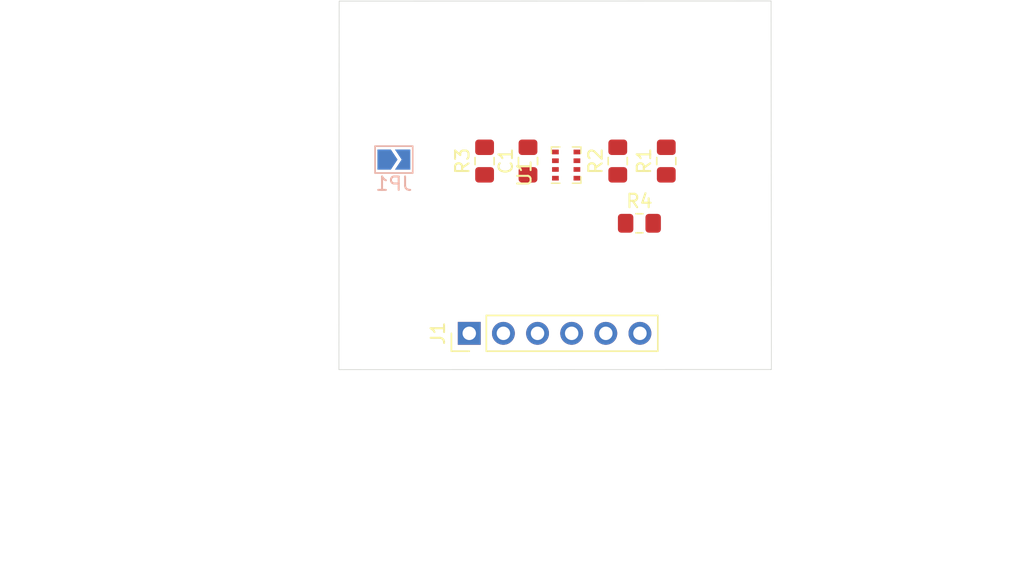
<source format=kicad_pcb>
(kicad_pcb (version 20171130) (host pcbnew "(5.1.5-0-10_14)")

  (general
    (thickness 1.6)
    (drawings 8)
    (tracks 0)
    (zones 0)
    (modules 8)
    (nets 8)
  )

  (page A4)
  (title_block
    (title "DPS310 Croquette")
    (date 2020-02-09)
    (rev 0.1)
    (company "Electronic Cats")
  )

  (layers
    (0 F.Cu signal)
    (31 B.Cu signal)
    (32 B.Adhes user)
    (33 F.Adhes user)
    (34 B.Paste user)
    (35 F.Paste user)
    (36 B.SilkS user)
    (37 F.SilkS user)
    (38 B.Mask user)
    (39 F.Mask user)
    (40 Dwgs.User user)
    (41 Cmts.User user)
    (42 Eco1.User user)
    (43 Eco2.User user)
    (44 Edge.Cuts user)
    (45 Margin user)
    (46 B.CrtYd user)
    (47 F.CrtYd user)
    (48 B.Fab user)
    (49 F.Fab user hide)
  )

  (setup
    (last_trace_width 0.25)
    (trace_clearance 0.2)
    (zone_clearance 0.508)
    (zone_45_only no)
    (trace_min 0.2)
    (via_size 0.8)
    (via_drill 0.4)
    (via_min_size 0.4)
    (via_min_drill 0.3)
    (uvia_size 0.3)
    (uvia_drill 0.1)
    (uvias_allowed no)
    (uvia_min_size 0.2)
    (uvia_min_drill 0.1)
    (edge_width 0.05)
    (segment_width 0.2)
    (pcb_text_width 0.3)
    (pcb_text_size 1.5 1.5)
    (mod_edge_width 0.12)
    (mod_text_size 1 1)
    (mod_text_width 0.15)
    (pad_size 1.524 1.524)
    (pad_drill 0.762)
    (pad_to_mask_clearance 0.051)
    (solder_mask_min_width 0.25)
    (aux_axis_origin 0 0)
    (visible_elements 7FFFFFFF)
    (pcbplotparams
      (layerselection 0x010fc_ffffffff)
      (usegerberextensions false)
      (usegerberattributes false)
      (usegerberadvancedattributes false)
      (creategerberjobfile false)
      (excludeedgelayer true)
      (linewidth 0.100000)
      (plotframeref false)
      (viasonmask false)
      (mode 1)
      (useauxorigin false)
      (hpglpennumber 1)
      (hpglpenspeed 20)
      (hpglpendiameter 15.000000)
      (psnegative false)
      (psa4output false)
      (plotreference true)
      (plotvalue true)
      (plotinvisibletext false)
      (padsonsilk false)
      (subtractmaskfromsilk false)
      (outputformat 1)
      (mirror false)
      (drillshape 1)
      (scaleselection 1)
      (outputdirectory ""))
  )

  (net 0 "")
  (net 1 "Net-(C1-Pad1)")
  (net 2 GND)
  (net 3 VCC)
  (net 4 /SCL_SCK)
  (net 5 /SDI_SDA)
  (net 6 /SDO_ADR)
  (net 7 /CS)

  (net_class Default "Esta es la clase de red por defecto."
    (clearance 0.2)
    (trace_width 0.25)
    (via_dia 0.8)
    (via_drill 0.4)
    (uvia_dia 0.3)
    (uvia_drill 0.1)
    (add_net /CS)
    (add_net /SCL_SCK)
    (add_net /SDI_SDA)
    (add_net /SDO_ADR)
    (add_net GND)
    (add_net "Net-(C1-Pad1)")
    (add_net VCC)
  )

  (module Jumper:SolderJumper-2_P1.3mm_Open_TrianglePad1.0x1.5mm (layer B.Cu) (tedit 5A64794F) (tstamp 5E40D669)
    (at 113.95 83.3)
    (descr "SMD Solder Jumper, 1x1.5mm Triangular Pads, 0.3mm gap, open")
    (tags "solder jumper open")
    (path /5E1A15E9)
    (attr virtual)
    (fp_text reference JP1 (at 0 1.8) (layer B.SilkS)
      (effects (font (size 1 1) (thickness 0.15)) (justify mirror))
    )
    (fp_text value Jumper (at 0 -1.9) (layer B.Fab)
      (effects (font (size 1 1) (thickness 0.15)) (justify mirror))
    )
    (fp_line (start 1.65 -1.25) (end -1.65 -1.25) (layer B.CrtYd) (width 0.05))
    (fp_line (start 1.65 -1.25) (end 1.65 1.25) (layer B.CrtYd) (width 0.05))
    (fp_line (start -1.65 1.25) (end -1.65 -1.25) (layer B.CrtYd) (width 0.05))
    (fp_line (start -1.65 1.25) (end 1.65 1.25) (layer B.CrtYd) (width 0.05))
    (fp_line (start -1.4 1) (end 1.4 1) (layer B.SilkS) (width 0.12))
    (fp_line (start 1.4 1) (end 1.4 -1) (layer B.SilkS) (width 0.12))
    (fp_line (start 1.4 -1) (end -1.4 -1) (layer B.SilkS) (width 0.12))
    (fp_line (start -1.4 -1) (end -1.4 1) (layer B.SilkS) (width 0.12))
    (pad 1 smd custom (at -0.725 0) (size 0.3 0.3) (layers B.Cu B.Mask)
      (net 6 /SDO_ADR) (zone_connect 2)
      (options (clearance outline) (anchor rect))
      (primitives
        (gr_poly (pts
           (xy -0.5 0.75) (xy 0.5 0.75) (xy 1 0) (xy 0.5 -0.75) (xy -0.5 -0.75)
) (width 0))
      ))
    (pad 2 smd custom (at 0.725 0) (size 0.3 0.3) (layers B.Cu B.Mask)
      (net 2 GND) (zone_connect 2)
      (options (clearance outline) (anchor rect))
      (primitives
        (gr_poly (pts
           (xy -0.65 0.75) (xy 0.5 0.75) (xy 0.5 -0.75) (xy -0.65 -0.75) (xy -0.15 0)
) (width 0))
      ))
  )

  (module Capacitor_SMD:C_0805_2012Metric_Pad1.15x1.40mm_HandSolder (layer F.Cu) (tedit 5B36C52B) (tstamp 5E3D01EA)
    (at 123.93 83.41 90)
    (descr "Capacitor SMD 0805 (2012 Metric), square (rectangular) end terminal, IPC_7351 nominal with elongated pad for handsoldering. (Body size source: https://docs.google.com/spreadsheets/d/1BsfQQcO9C6DZCsRaXUlFlo91Tg2WpOkGARC1WS5S8t0/edit?usp=sharing), generated with kicad-footprint-generator")
    (tags "capacitor handsolder")
    (path /5E18CE72)
    (attr smd)
    (fp_text reference C1 (at 0 -1.65 90) (layer F.SilkS)
      (effects (font (size 1 1) (thickness 0.15)))
    )
    (fp_text value 0.1uF (at 0 1.65 90) (layer F.Fab)
      (effects (font (size 1 1) (thickness 0.15)))
    )
    (fp_line (start -1 0.6) (end -1 -0.6) (layer F.Fab) (width 0.1))
    (fp_line (start -1 -0.6) (end 1 -0.6) (layer F.Fab) (width 0.1))
    (fp_line (start 1 -0.6) (end 1 0.6) (layer F.Fab) (width 0.1))
    (fp_line (start 1 0.6) (end -1 0.6) (layer F.Fab) (width 0.1))
    (fp_line (start -0.261252 -0.71) (end 0.261252 -0.71) (layer F.SilkS) (width 0.12))
    (fp_line (start -0.261252 0.71) (end 0.261252 0.71) (layer F.SilkS) (width 0.12))
    (fp_line (start -1.85 0.95) (end -1.85 -0.95) (layer F.CrtYd) (width 0.05))
    (fp_line (start -1.85 -0.95) (end 1.85 -0.95) (layer F.CrtYd) (width 0.05))
    (fp_line (start 1.85 -0.95) (end 1.85 0.95) (layer F.CrtYd) (width 0.05))
    (fp_line (start 1.85 0.95) (end -1.85 0.95) (layer F.CrtYd) (width 0.05))
    (fp_text user %R (at 0 0 90) (layer F.Fab)
      (effects (font (size 0.5 0.5) (thickness 0.08)))
    )
    (pad 1 smd roundrect (at -1.025 0 90) (size 1.15 1.4) (layers F.Cu F.Paste F.Mask) (roundrect_rratio 0.217391)
      (net 1 "Net-(C1-Pad1)"))
    (pad 2 smd roundrect (at 1.025 0 90) (size 1.15 1.4) (layers F.Cu F.Paste F.Mask) (roundrect_rratio 0.217391)
      (net 2 GND))
    (model ${KISYS3DMOD}/Capacitor_SMD.3dshapes/C_0805_2012Metric.wrl
      (at (xyz 0 0 0))
      (scale (xyz 1 1 1))
      (rotate (xyz 0 0 0))
    )
  )

  (module Resistor_SMD:R_0805_2012Metric_Pad1.15x1.40mm_HandSolder (layer F.Cu) (tedit 5B36C52B) (tstamp 5E3D022A)
    (at 134.22 83.41 90)
    (descr "Resistor SMD 0805 (2012 Metric), square (rectangular) end terminal, IPC_7351 nominal with elongated pad for handsoldering. (Body size source: https://docs.google.com/spreadsheets/d/1BsfQQcO9C6DZCsRaXUlFlo91Tg2WpOkGARC1WS5S8t0/edit?usp=sharing), generated with kicad-footprint-generator")
    (tags "resistor handsolder")
    (path /5E18C4F8)
    (attr smd)
    (fp_text reference R1 (at 0 -1.65 90) (layer F.SilkS)
      (effects (font (size 1 1) (thickness 0.15)))
    )
    (fp_text value 10K (at 0 1.65 90) (layer F.Fab)
      (effects (font (size 1 1) (thickness 0.15)))
    )
    (fp_text user %R (at 0 0 90) (layer F.Fab)
      (effects (font (size 0.5 0.5) (thickness 0.08)))
    )
    (fp_line (start 1.85 0.95) (end -1.85 0.95) (layer F.CrtYd) (width 0.05))
    (fp_line (start 1.85 -0.95) (end 1.85 0.95) (layer F.CrtYd) (width 0.05))
    (fp_line (start -1.85 -0.95) (end 1.85 -0.95) (layer F.CrtYd) (width 0.05))
    (fp_line (start -1.85 0.95) (end -1.85 -0.95) (layer F.CrtYd) (width 0.05))
    (fp_line (start -0.261252 0.71) (end 0.261252 0.71) (layer F.SilkS) (width 0.12))
    (fp_line (start -0.261252 -0.71) (end 0.261252 -0.71) (layer F.SilkS) (width 0.12))
    (fp_line (start 1 0.6) (end -1 0.6) (layer F.Fab) (width 0.1))
    (fp_line (start 1 -0.6) (end 1 0.6) (layer F.Fab) (width 0.1))
    (fp_line (start -1 -0.6) (end 1 -0.6) (layer F.Fab) (width 0.1))
    (fp_line (start -1 0.6) (end -1 -0.6) (layer F.Fab) (width 0.1))
    (pad 2 smd roundrect (at 1.025 0 90) (size 1.15 1.4) (layers F.Cu F.Paste F.Mask) (roundrect_rratio 0.217391)
      (net 4 /SCL_SCK))
    (pad 1 smd roundrect (at -1.025 0 90) (size 1.15 1.4) (layers F.Cu F.Paste F.Mask) (roundrect_rratio 0.217391)
      (net 3 VCC))
    (model ${KISYS3DMOD}/Resistor_SMD.3dshapes/R_0805_2012Metric.wrl
      (at (xyz 0 0 0))
      (scale (xyz 1 1 1))
      (rotate (xyz 0 0 0))
    )
  )

  (module Resistor_SMD:R_0805_2012Metric_Pad1.15x1.40mm_HandSolder (layer F.Cu) (tedit 5B36C52B) (tstamp 5E3D023B)
    (at 130.61 83.41 90)
    (descr "Resistor SMD 0805 (2012 Metric), square (rectangular) end terminal, IPC_7351 nominal with elongated pad for handsoldering. (Body size source: https://docs.google.com/spreadsheets/d/1BsfQQcO9C6DZCsRaXUlFlo91Tg2WpOkGARC1WS5S8t0/edit?usp=sharing), generated with kicad-footprint-generator")
    (tags "resistor handsolder")
    (path /5E18C0AA)
    (attr smd)
    (fp_text reference R2 (at 0 -1.65 90) (layer F.SilkS)
      (effects (font (size 1 1) (thickness 0.15)))
    )
    (fp_text value 10K (at 0 1.65 90) (layer F.Fab)
      (effects (font (size 1 1) (thickness 0.15)))
    )
    (fp_line (start -1 0.6) (end -1 -0.6) (layer F.Fab) (width 0.1))
    (fp_line (start -1 -0.6) (end 1 -0.6) (layer F.Fab) (width 0.1))
    (fp_line (start 1 -0.6) (end 1 0.6) (layer F.Fab) (width 0.1))
    (fp_line (start 1 0.6) (end -1 0.6) (layer F.Fab) (width 0.1))
    (fp_line (start -0.261252 -0.71) (end 0.261252 -0.71) (layer F.SilkS) (width 0.12))
    (fp_line (start -0.261252 0.71) (end 0.261252 0.71) (layer F.SilkS) (width 0.12))
    (fp_line (start -1.85 0.95) (end -1.85 -0.95) (layer F.CrtYd) (width 0.05))
    (fp_line (start -1.85 -0.95) (end 1.85 -0.95) (layer F.CrtYd) (width 0.05))
    (fp_line (start 1.85 -0.95) (end 1.85 0.95) (layer F.CrtYd) (width 0.05))
    (fp_line (start 1.85 0.95) (end -1.85 0.95) (layer F.CrtYd) (width 0.05))
    (fp_text user %R (at 0 0 90) (layer F.Fab)
      (effects (font (size 0.5 0.5) (thickness 0.08)))
    )
    (pad 1 smd roundrect (at -1.025 0 90) (size 1.15 1.4) (layers F.Cu F.Paste F.Mask) (roundrect_rratio 0.217391)
      (net 3 VCC))
    (pad 2 smd roundrect (at 1.025 0 90) (size 1.15 1.4) (layers F.Cu F.Paste F.Mask) (roundrect_rratio 0.217391)
      (net 4 /SCL_SCK))
    (model ${KISYS3DMOD}/Resistor_SMD.3dshapes/R_0805_2012Metric.wrl
      (at (xyz 0 0 0))
      (scale (xyz 1 1 1))
      (rotate (xyz 0 0 0))
    )
  )

  (module Resistor_SMD:R_0805_2012Metric_Pad1.15x1.40mm_HandSolder (layer F.Cu) (tedit 5B36C52B) (tstamp 5E3D024C)
    (at 120.7 83.41 90)
    (descr "Resistor SMD 0805 (2012 Metric), square (rectangular) end terminal, IPC_7351 nominal with elongated pad for handsoldering. (Body size source: https://docs.google.com/spreadsheets/d/1BsfQQcO9C6DZCsRaXUlFlo91Tg2WpOkGARC1WS5S8t0/edit?usp=sharing), generated with kicad-footprint-generator")
    (tags "resistor handsolder")
    (path /5E18C84B)
    (attr smd)
    (fp_text reference R3 (at 0 -1.65 90) (layer F.SilkS)
      (effects (font (size 1 1) (thickness 0.15)))
    )
    (fp_text value 100K (at 0 1.65 90) (layer F.Fab)
      (effects (font (size 1 1) (thickness 0.15)))
    )
    (fp_line (start -1 0.6) (end -1 -0.6) (layer F.Fab) (width 0.1))
    (fp_line (start -1 -0.6) (end 1 -0.6) (layer F.Fab) (width 0.1))
    (fp_line (start 1 -0.6) (end 1 0.6) (layer F.Fab) (width 0.1))
    (fp_line (start 1 0.6) (end -1 0.6) (layer F.Fab) (width 0.1))
    (fp_line (start -0.261252 -0.71) (end 0.261252 -0.71) (layer F.SilkS) (width 0.12))
    (fp_line (start -0.261252 0.71) (end 0.261252 0.71) (layer F.SilkS) (width 0.12))
    (fp_line (start -1.85 0.95) (end -1.85 -0.95) (layer F.CrtYd) (width 0.05))
    (fp_line (start -1.85 -0.95) (end 1.85 -0.95) (layer F.CrtYd) (width 0.05))
    (fp_line (start 1.85 -0.95) (end 1.85 0.95) (layer F.CrtYd) (width 0.05))
    (fp_line (start 1.85 0.95) (end -1.85 0.95) (layer F.CrtYd) (width 0.05))
    (fp_text user %R (at 0 0 90) (layer F.Fab)
      (effects (font (size 0.5 0.5) (thickness 0.08)))
    )
    (pad 1 smd roundrect (at -1.025 0 90) (size 1.15 1.4) (layers F.Cu F.Paste F.Mask) (roundrect_rratio 0.217391)
      (net 3 VCC))
    (pad 2 smd roundrect (at 1.025 0 90) (size 1.15 1.4) (layers F.Cu F.Paste F.Mask) (roundrect_rratio 0.217391)
      (net 6 /SDO_ADR))
    (model ${KISYS3DMOD}/Resistor_SMD.3dshapes/R_0805_2012Metric.wrl
      (at (xyz 0 0 0))
      (scale (xyz 1 1 1))
      (rotate (xyz 0 0 0))
    )
  )

  (module Package_LGA:Bosch_LGA-8_2x2.5mm_P0.65mm_ClockwisePinNumbering (layer F.Cu) (tedit 5A2F92D2) (tstamp 5E3D0269)
    (at 126.77 83.71 90)
    (descr "LGA-8, https://ae-bst.resource.bosch.com/media/_tech/media/datasheets/BST-BMP280-DS001-18.pdf")
    (tags "lga land grid array")
    (path /5E19AD10)
    (attr smd)
    (fp_text reference U1 (at -0.610001 -3.1 90) (layer F.SilkS)
      (effects (font (size 1 1) (thickness 0.15)))
    )
    (fp_text value DPS310 (at 0 3.1 90) (layer F.Fab)
      (effects (font (size 1 1) (thickness 0.15)))
    )
    (fp_line (start -1.35 1.1) (end -0.87 1.1) (layer F.SilkS) (width 0.1))
    (fp_text user %R (at 0 0 90) (layer F.Fab)
      (effects (font (size 0.5 0.5) (thickness 0.075)))
    )
    (fp_line (start -1.55 -1.3) (end 1.55 -1.3) (layer F.CrtYd) (width 0.05))
    (fp_line (start 1.55 -1.3) (end 1.55 1.3) (layer F.CrtYd) (width 0.05))
    (fp_line (start 1.55 1.3) (end -1.55 1.3) (layer F.CrtYd) (width 0.05))
    (fp_line (start -1.55 1.3) (end -1.55 -1.3) (layer F.CrtYd) (width 0.05))
    (fp_line (start -1.25 1) (end 1.25 1) (layer F.Fab) (width 0.1))
    (fp_line (start 1.25 -1) (end 1.25 1) (layer F.Fab) (width 0.1))
    (fp_line (start 1.25 -1) (end -1 -1) (layer F.Fab) (width 0.1))
    (fp_line (start -1 -1) (end -1.25 -0.75) (layer F.Fab) (width 0.1))
    (fp_line (start -1.25 1) (end -1.25 -0.75) (layer F.Fab) (width 0.1))
    (fp_line (start 0.87 1.1) (end 1.35 1.1) (layer F.SilkS) (width 0.1))
    (fp_line (start 1.35 1.1) (end 1.35 0.46) (layer F.SilkS) (width 0.1))
    (fp_line (start -1.35 1.1) (end -1.35 0.46) (layer F.SilkS) (width 0.1))
    (fp_line (start 1.35 -0.46) (end 1.35 -1.1) (layer F.SilkS) (width 0.1))
    (fp_line (start 0.87 -1.1) (end 1.35 -1.1) (layer F.SilkS) (width 0.1))
    (fp_line (start -1.35 -0.46) (end -1.35 -1.1) (layer F.SilkS) (width 0.1))
    (pad 1 smd rect (at -0.975 -0.8 180) (size 0.5 0.35) (layers F.Cu F.Paste F.Mask)
      (net 2 GND))
    (pad 5 smd rect (at 0.975 0.8 180) (size 0.5 0.35) (layers F.Cu F.Paste F.Mask)
      (net 6 /SDO_ADR))
    (pad 6 smd rect (at 0.325 0.8 180) (size 0.5 0.35) (layers F.Cu F.Paste F.Mask)
      (net 3 VCC))
    (pad 7 smd rect (at -0.325 0.8 180) (size 0.5 0.35) (layers F.Cu F.Paste F.Mask)
      (net 2 GND))
    (pad 4 smd rect (at 0.975 -0.8 180) (size 0.5 0.35) (layers F.Cu F.Paste F.Mask)
      (net 4 /SCL_SCK))
    (pad 3 smd rect (at 0.325 -0.8 180) (size 0.5 0.35) (layers F.Cu F.Paste F.Mask)
      (net 5 /SDI_SDA))
    (pad 2 smd rect (at -0.325 -0.8 180) (size 0.5 0.35) (layers F.Cu F.Paste F.Mask)
      (net 7 /CS))
    (pad 8 smd rect (at -0.975 0.8 180) (size 0.5 0.35) (layers F.Cu F.Paste F.Mask)
      (net 3 VCC))
    (model ${KISYS3DMOD}/Package_LGA.3dshapes/Bosch_LGA-8_2x2.5mm_P0.65mm_ClockwisePinNumbering.wrl
      (at (xyz 0 0 0))
      (scale (xyz 1 1 1))
      (rotate (xyz 0 0 0))
    )
  )

  (module Connector_PinHeader_2.54mm:PinHeader_1x06_P2.54mm_Vertical (layer F.Cu) (tedit 59FED5CC) (tstamp 5E40D3BF)
    (at 119.56 96.23 90)
    (descr "Through hole straight pin header, 1x06, 2.54mm pitch, single row")
    (tags "Through hole pin header THT 1x06 2.54mm single row")
    (path /5E40900C)
    (fp_text reference J1 (at 0 -2.33 90) (layer F.SilkS)
      (effects (font (size 1 1) (thickness 0.15)))
    )
    (fp_text value Screw_Terminal_01x06 (at 0 15.03 90) (layer F.Fab)
      (effects (font (size 1 1) (thickness 0.15)))
    )
    (fp_line (start -0.635 -1.27) (end 1.27 -1.27) (layer F.Fab) (width 0.1))
    (fp_line (start 1.27 -1.27) (end 1.27 13.97) (layer F.Fab) (width 0.1))
    (fp_line (start 1.27 13.97) (end -1.27 13.97) (layer F.Fab) (width 0.1))
    (fp_line (start -1.27 13.97) (end -1.27 -0.635) (layer F.Fab) (width 0.1))
    (fp_line (start -1.27 -0.635) (end -0.635 -1.27) (layer F.Fab) (width 0.1))
    (fp_line (start -1.33 14.03) (end 1.33 14.03) (layer F.SilkS) (width 0.12))
    (fp_line (start -1.33 1.27) (end -1.33 14.03) (layer F.SilkS) (width 0.12))
    (fp_line (start 1.33 1.27) (end 1.33 14.03) (layer F.SilkS) (width 0.12))
    (fp_line (start -1.33 1.27) (end 1.33 1.27) (layer F.SilkS) (width 0.12))
    (fp_line (start -1.33 0) (end -1.33 -1.33) (layer F.SilkS) (width 0.12))
    (fp_line (start -1.33 -1.33) (end 0 -1.33) (layer F.SilkS) (width 0.12))
    (fp_line (start -1.8 -1.8) (end -1.8 14.5) (layer F.CrtYd) (width 0.05))
    (fp_line (start -1.8 14.5) (end 1.8 14.5) (layer F.CrtYd) (width 0.05))
    (fp_line (start 1.8 14.5) (end 1.8 -1.8) (layer F.CrtYd) (width 0.05))
    (fp_line (start 1.8 -1.8) (end -1.8 -1.8) (layer F.CrtYd) (width 0.05))
    (fp_text user %R (at 0 6.35) (layer F.Fab)
      (effects (font (size 1 1) (thickness 0.15)))
    )
    (pad 1 thru_hole rect (at 0 0 90) (size 1.7 1.7) (drill 1) (layers *.Cu *.Mask)
      (net 3 VCC))
    (pad 2 thru_hole oval (at 0 2.54 90) (size 1.7 1.7) (drill 1) (layers *.Cu *.Mask)
      (net 2 GND))
    (pad 3 thru_hole oval (at 0 5.08 90) (size 1.7 1.7) (drill 1) (layers *.Cu *.Mask)
      (net 4 /SCL_SCK))
    (pad 4 thru_hole oval (at 0 7.62 90) (size 1.7 1.7) (drill 1) (layers *.Cu *.Mask)
      (net 5 /SDI_SDA))
    (pad 5 thru_hole oval (at 0 10.16 90) (size 1.7 1.7) (drill 1) (layers *.Cu *.Mask)
      (net 6 /SDO_ADR))
    (pad 6 thru_hole oval (at 0 12.7 90) (size 1.7 1.7) (drill 1) (layers *.Cu *.Mask)
      (net 7 /CS))
    (model ${KISYS3DMOD}/Connector_PinHeader_2.54mm.3dshapes/PinHeader_1x06_P2.54mm_Vertical.wrl
      (at (xyz 0 0 0))
      (scale (xyz 1 1 1))
      (rotate (xyz 0 0 0))
    )
  )

  (module Capacitor_SMD:C_0805_2012Metric_Pad1.15x1.40mm_HandSolder (layer F.Cu) (tedit 5B36C52B) (tstamp 5E40D3D0)
    (at 132.22 88.04)
    (descr "Capacitor SMD 0805 (2012 Metric), square (rectangular) end terminal, IPC_7351 nominal with elongated pad for handsoldering. (Body size source: https://docs.google.com/spreadsheets/d/1BsfQQcO9C6DZCsRaXUlFlo91Tg2WpOkGARC1WS5S8t0/edit?usp=sharing), generated with kicad-footprint-generator")
    (tags "capacitor handsolder")
    (path /5E4159C2)
    (attr smd)
    (fp_text reference R4 (at 0 -1.65) (layer F.SilkS)
      (effects (font (size 1 1) (thickness 0.15)))
    )
    (fp_text value 10K (at 0 1.65) (layer F.Fab)
      (effects (font (size 1 1) (thickness 0.15)))
    )
    (fp_line (start -1 0.6) (end -1 -0.6) (layer F.Fab) (width 0.1))
    (fp_line (start -1 -0.6) (end 1 -0.6) (layer F.Fab) (width 0.1))
    (fp_line (start 1 -0.6) (end 1 0.6) (layer F.Fab) (width 0.1))
    (fp_line (start 1 0.6) (end -1 0.6) (layer F.Fab) (width 0.1))
    (fp_line (start -0.261252 -0.71) (end 0.261252 -0.71) (layer F.SilkS) (width 0.12))
    (fp_line (start -0.261252 0.71) (end 0.261252 0.71) (layer F.SilkS) (width 0.12))
    (fp_line (start -1.85 0.95) (end -1.85 -0.95) (layer F.CrtYd) (width 0.05))
    (fp_line (start -1.85 -0.95) (end 1.85 -0.95) (layer F.CrtYd) (width 0.05))
    (fp_line (start 1.85 -0.95) (end 1.85 0.95) (layer F.CrtYd) (width 0.05))
    (fp_line (start 1.85 0.95) (end -1.85 0.95) (layer F.CrtYd) (width 0.05))
    (fp_text user %R (at 0 0) (layer F.Fab)
      (effects (font (size 0.5 0.5) (thickness 0.08)))
    )
    (pad 1 smd roundrect (at -1.025 0) (size 1.15 1.4) (layers F.Cu F.Paste F.Mask) (roundrect_rratio 0.217391)
      (net 3 VCC))
    (pad 2 smd roundrect (at 1.025 0) (size 1.15 1.4) (layers F.Cu F.Paste F.Mask) (roundrect_rratio 0.217391)
      (net 7 /CS))
    (model ${KISYS3DMOD}/Capacitor_SMD.3dshapes/C_0805_2012Metric.wrl
      (at (xyz 0 0 0))
      (scale (xyz 1 1 1))
      (rotate (xyz 0 0 0))
    )
  )

  (gr_line (start 142.04 98.92) (end 141.98 98.92) (layer Edge.Cuts) (width 0.05))
  (gr_line (start 142.02 71.5) (end 142.04 98.92) (layer Edge.Cuts) (width 0.05))
  (gr_line (start 109.88 71.51) (end 142.02 71.5) (layer Edge.Cuts) (width 0.05) (tstamp 5E3D0469))
  (gr_line (start 109.86 98.93) (end 109.88 71.51) (layer Edge.Cuts) (width 0.05))
  (dimension 27.420002 (width 0.15) (layer Margin)
    (gr_text "27,420 mm" (at 88.305218 85.212137 90) (layer Margin)
      (effects (font (size 1 1) (thickness 0.15)))
    )
    (feature1 (pts (xy 109.87 71.51) (xy 89.023798 71.502397)))
    (feature2 (pts (xy 109.86 98.93) (xy 89.013798 98.922397)))
    (crossbar (pts (xy 89.600218 98.922611) (xy 89.610218 71.502611)))
    (arrow1a (pts (xy 89.610218 71.502611) (xy 90.196228 72.629329)))
    (arrow1b (pts (xy 89.610218 71.502611) (xy 89.023386 72.628901)))
    (arrow2a (pts (xy 89.600218 98.922611) (xy 90.18705 97.796321)))
    (arrow2b (pts (xy 89.600218 98.922611) (xy 89.014208 97.795893)))
  )
  (gr_line (start 141.99 98.92) (end 109.86 98.93) (layer Edge.Cuts) (width 0.05))
  (dimension 32.13 (width 0.15) (layer Margin)
    (gr_text "32,130 mm" (at 125.925 114.05) (layer Margin)
      (effects (font (size 1 1) (thickness 0.15)))
    )
    (feature1 (pts (xy 109.86 98.92) (xy 109.86 113.336421)))
    (feature2 (pts (xy 141.99 98.92) (xy 141.99 113.336421)))
    (crossbar (pts (xy 141.99 112.75) (xy 109.86 112.75)))
    (arrow1a (pts (xy 109.86 112.75) (xy 110.986504 112.163579)))
    (arrow1b (pts (xy 109.86 112.75) (xy 110.986504 113.336421)))
    (arrow2a (pts (xy 141.99 112.75) (xy 140.863496 112.163579)))
    (arrow2b (pts (xy 141.99 112.75) (xy 140.863496 113.336421)))
  )
  (dimension 27.420002 (width 0.15) (layer Margin)
    (gr_text "27,420 mm" (at 159.485056 85.216368 89.97910438) (layer Margin)
      (effects (font (size 1 1) (thickness 0.15)))
    )
    (feature1 (pts (xy 142.02 98.92) (xy 158.766477 98.926107)))
    (feature2 (pts (xy 142.03 71.5) (xy 158.776477 71.506107)))
    (crossbar (pts (xy 158.190056 71.505894) (xy 158.180056 98.925894)))
    (arrow1a (pts (xy 158.180056 98.925894) (xy 157.594046 97.799176)))
    (arrow1b (pts (xy 158.180056 98.925894) (xy 158.766888 97.799604)))
    (arrow2a (pts (xy 158.190056 71.505894) (xy 157.603224 72.632184)))
    (arrow2b (pts (xy 158.190056 71.505894) (xy 158.776066 72.632612)))
  )

)

</source>
